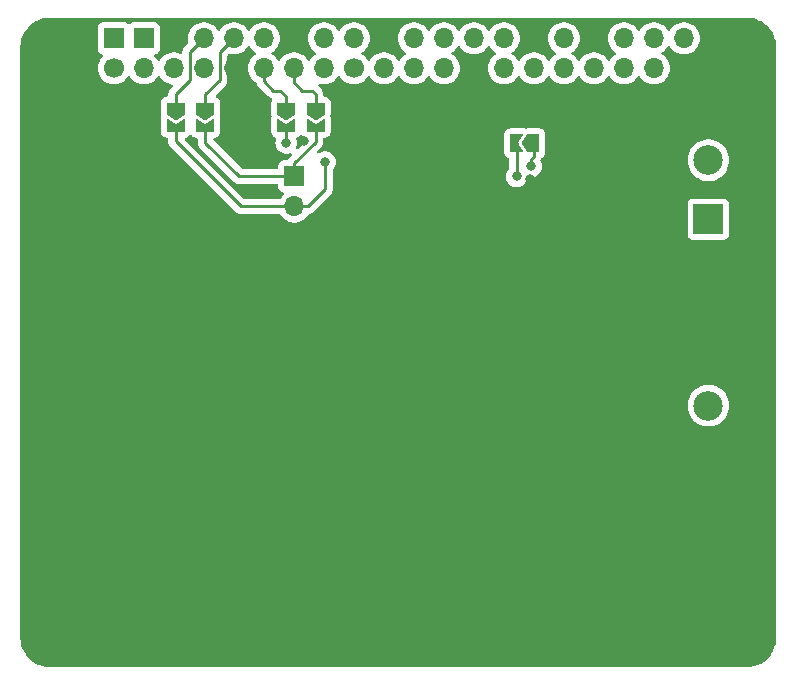
<source format=gbr>
G04 #@! TF.GenerationSoftware,KiCad,Pcbnew,8.0.7*
G04 #@! TF.CreationDate,2024-12-23T21:13:05-08:00*
G04 #@! TF.ProjectId,pi-zero-serial-hat,70692d7a-6572-46f2-9d73-657269616c2d,1.0*
G04 #@! TF.SameCoordinates,Original*
G04 #@! TF.FileFunction,Copper,L2,Bot*
G04 #@! TF.FilePolarity,Positive*
%FSLAX46Y46*%
G04 Gerber Fmt 4.6, Leading zero omitted, Abs format (unit mm)*
G04 Created by KiCad (PCBNEW 8.0.7) date 2024-12-23 21:13:05*
%MOMM*%
%LPD*%
G01*
G04 APERTURE LIST*
G04 Aperture macros list*
%AMFreePoly0*
4,1,6,1.000000,0.000000,0.500000,-0.750000,-0.500000,-0.750000,-0.500000,0.750000,0.500000,0.750000,1.000000,0.000000,1.000000,0.000000,$1*%
%AMFreePoly1*
4,1,6,0.500000,-0.750000,-0.650000,-0.750000,-0.150000,0.000000,-0.650000,0.750000,0.500000,0.750000,0.500000,-0.750000,0.500000,-0.750000,$1*%
G04 Aperture macros list end*
G04 #@! TA.AperFunction,ComponentPad*
%ADD10C,6.000000*%
G04 #@! TD*
G04 #@! TA.AperFunction,ComponentPad*
%ADD11R,2.500000X2.500000*%
G04 #@! TD*
G04 #@! TA.AperFunction,ComponentPad*
%ADD12C,2.500000*%
G04 #@! TD*
G04 #@! TA.AperFunction,ComponentPad*
%ADD13C,0.600000*%
G04 #@! TD*
G04 #@! TA.AperFunction,SMDPad,CuDef*
%ADD14R,2.950000X4.500000*%
G04 #@! TD*
G04 #@! TA.AperFunction,ComponentPad*
%ADD15R,1.700000X1.700000*%
G04 #@! TD*
G04 #@! TA.AperFunction,ComponentPad*
%ADD16O,1.700000X1.700000*%
G04 #@! TD*
G04 #@! TA.AperFunction,ComponentPad*
%ADD17C,1.700000*%
G04 #@! TD*
G04 #@! TA.AperFunction,SMDPad,CuDef*
%ADD18FreePoly0,270.000000*%
G04 #@! TD*
G04 #@! TA.AperFunction,SMDPad,CuDef*
%ADD19FreePoly1,270.000000*%
G04 #@! TD*
G04 #@! TA.AperFunction,SMDPad,CuDef*
%ADD20FreePoly0,180.000000*%
G04 #@! TD*
G04 #@! TA.AperFunction,SMDPad,CuDef*
%ADD21FreePoly1,180.000000*%
G04 #@! TD*
G04 #@! TA.AperFunction,ViaPad*
%ADD22C,0.800000*%
G04 #@! TD*
G04 #@! TA.AperFunction,Conductor*
%ADD23C,0.250000*%
G04 #@! TD*
G04 APERTURE END LIST*
D10*
X121032000Y-94568000D03*
X179032000Y-94568000D03*
X179032000Y-117568000D03*
X121032000Y-117568000D03*
D11*
X176282000Y-108643000D03*
D12*
X176282000Y-103643000D03*
D11*
X176282000Y-129418000D03*
D12*
X176282000Y-124418000D03*
D10*
X179032000Y-143568000D03*
D13*
X152132000Y-127393000D03*
X152132000Y-128593000D03*
X152132000Y-129893000D03*
X152132000Y-130993000D03*
D14*
X152732000Y-129193000D03*
D13*
X153332000Y-127393000D03*
X153332000Y-128593000D03*
X153332000Y-129893000D03*
X153332000Y-130993000D03*
D10*
X121032000Y-143568000D03*
D15*
X141232000Y-105018000D03*
D16*
X141232000Y-107558000D03*
D17*
X125932000Y-95858000D03*
D15*
X125932000Y-93318000D03*
D16*
X128472000Y-95858000D03*
D15*
X128472000Y-93318000D03*
D16*
X131012000Y-95858000D03*
X131012000Y-93318000D03*
X133552000Y-95858000D03*
X133552000Y-93318000D03*
X136092000Y-95858000D03*
X136092000Y-93318000D03*
X138632000Y-95858000D03*
X138632000Y-93318000D03*
X141172000Y-95858000D03*
X141172000Y-93318000D03*
X143712000Y-95858000D03*
X143712000Y-93318000D03*
D17*
X146252000Y-95858000D03*
D16*
X146252000Y-93318000D03*
X148792000Y-95858000D03*
X148792000Y-93318000D03*
X151332000Y-95858000D03*
X151332000Y-93318000D03*
X153872000Y-95858000D03*
X153872000Y-93318000D03*
X156412000Y-95858000D03*
X156412000Y-93318000D03*
X158952000Y-95858000D03*
X158952000Y-93318000D03*
X161492000Y-95858000D03*
X161492000Y-93318000D03*
X164032000Y-95858000D03*
X164032000Y-93318000D03*
X166572000Y-95858000D03*
X166572000Y-93318000D03*
X169112000Y-95858000D03*
X169112000Y-93318000D03*
X171652000Y-95858000D03*
X171652000Y-93318000D03*
X174192000Y-95858000D03*
X174192000Y-93318000D03*
D18*
X140532000Y-99268000D03*
D19*
X140532000Y-100718000D03*
D20*
X161457000Y-102218000D03*
D21*
X160007000Y-102218000D03*
D18*
X131182000Y-99268000D03*
D19*
X131182000Y-100718000D03*
D18*
X143032000Y-99268000D03*
D19*
X143032000Y-100718000D03*
D18*
X133682000Y-99268000D03*
D19*
X133682000Y-100718000D03*
D22*
X124832000Y-126968000D03*
X144407000Y-102443000D03*
X147332000Y-105568000D03*
X124832000Y-131268000D03*
X131882000Y-106743000D03*
X149532000Y-109568000D03*
X124832000Y-132268000D03*
X142007000Y-102018000D03*
X158582000Y-106318000D03*
X152782000Y-133418000D03*
X131832000Y-107918000D03*
X144257000Y-109693000D03*
X165332000Y-134368000D03*
X124832000Y-127968000D03*
X155932000Y-108218000D03*
X137932000Y-106243000D03*
X161132000Y-105218000D03*
X147332000Y-106918000D03*
X166232000Y-134368000D03*
X124932000Y-123768000D03*
X123107000Y-103393000D03*
X157832000Y-131268000D03*
X143832000Y-103793000D03*
X140532000Y-102193000D03*
X161282000Y-104168000D03*
X160032000Y-105018000D03*
D23*
X143832000Y-106118000D02*
X143832000Y-103793000D01*
X140532000Y-100718000D02*
X140532000Y-102193000D01*
X141232000Y-107558000D02*
X142392000Y-107558000D01*
X131182000Y-102043000D02*
X136697000Y-107558000D01*
X142392000Y-107558000D02*
X143832000Y-106118000D01*
X131182000Y-100718000D02*
X131182000Y-102043000D01*
X136697000Y-107558000D02*
X141232000Y-107558000D01*
X136557000Y-105018000D02*
X141232000Y-105018000D01*
X133682000Y-102143000D02*
X136557000Y-105018000D01*
X141232000Y-103893000D02*
X141232000Y-105018000D01*
X143032000Y-100718000D02*
X143032000Y-102093000D01*
X143032000Y-102093000D02*
X141232000Y-103893000D01*
X133682000Y-100718000D02*
X133682000Y-102143000D01*
X161282000Y-103568000D02*
X161282000Y-104168000D01*
X161482000Y-102218000D02*
X161482000Y-103368000D01*
X161482000Y-103368000D02*
X161282000Y-103568000D01*
X141172000Y-97033000D02*
X141172000Y-95858000D01*
X142732000Y-97743000D02*
X141882000Y-97743000D01*
X143057000Y-99268000D02*
X143057000Y-98993000D01*
X141882000Y-97743000D02*
X141172000Y-97033000D01*
X143032000Y-98043000D02*
X142732000Y-97743000D01*
X143032000Y-99268000D02*
X143032000Y-98043000D01*
X140532000Y-98243000D02*
X140032000Y-97743000D01*
X138632000Y-96943000D02*
X138632000Y-95858000D01*
X140032000Y-97743000D02*
X139432000Y-97743000D01*
X139432000Y-97743000D02*
X138632000Y-96943000D01*
X140532000Y-99268000D02*
X140532000Y-98243000D01*
X131182000Y-98018000D02*
X132377000Y-96823000D01*
X132377000Y-96823000D02*
X132377000Y-94493000D01*
X131182000Y-99268000D02*
X131182000Y-98018000D01*
X132377000Y-94493000D02*
X133552000Y-93318000D01*
X133682000Y-99268000D02*
X133682000Y-98068000D01*
X134917000Y-96833000D02*
X134917000Y-94493000D01*
X133682000Y-98068000D02*
X134917000Y-96833000D01*
X134917000Y-94493000D02*
X136092000Y-93318000D01*
X160032000Y-102218000D02*
X160032000Y-105018000D01*
G04 #@! TA.AperFunction,Conductor*
G36*
X132525880Y-101528570D02*
G01*
X132536653Y-101542959D01*
X132543923Y-101554271D01*
X132654381Y-101649984D01*
X132787330Y-101710700D01*
X132932000Y-101731500D01*
X132932003Y-101731500D01*
X132936454Y-101732140D01*
X132936293Y-101733258D01*
X132997998Y-101756265D01*
X133040551Y-101813096D01*
X133048500Y-101857142D01*
X133048500Y-102080606D01*
X133048500Y-102205394D01*
X133072845Y-102327785D01*
X133120600Y-102443075D01*
X133189929Y-102546833D01*
X136153167Y-105510071D01*
X136256925Y-105579400D01*
X136372215Y-105627155D01*
X136494606Y-105651500D01*
X136619394Y-105651500D01*
X139747500Y-105651500D01*
X139815621Y-105671502D01*
X139862114Y-105725158D01*
X139873500Y-105777500D01*
X139873500Y-105916649D01*
X139880009Y-105977196D01*
X139880011Y-105977204D01*
X139931110Y-106114202D01*
X139931112Y-106114207D01*
X140018738Y-106231261D01*
X140135791Y-106318886D01*
X140135792Y-106318886D01*
X140135796Y-106318889D01*
X140250810Y-106361787D01*
X140307642Y-106404332D01*
X140332453Y-106470852D01*
X140317362Y-106540226D01*
X140299475Y-106565179D01*
X140156280Y-106720729D01*
X140156275Y-106720734D01*
X140060445Y-106867415D01*
X140006442Y-106913504D01*
X139954962Y-106924500D01*
X137011595Y-106924500D01*
X136943474Y-106904498D01*
X136922500Y-106887595D01*
X131966700Y-101931795D01*
X131932674Y-101869483D01*
X131937739Y-101798668D01*
X131980286Y-101741832D01*
X132020293Y-101721805D01*
X132145316Y-101685096D01*
X132268271Y-101606077D01*
X132268273Y-101606075D01*
X132335432Y-101528570D01*
X132395158Y-101490186D01*
X132466154Y-101490186D01*
X132525880Y-101528570D01*
G37*
G04 #@! TD.AperFunction*
G04 #@! TA.AperFunction,Conductor*
G36*
X137445225Y-93993669D02*
G01*
X137467480Y-94019353D01*
X137496778Y-94064197D01*
X137556275Y-94155265D01*
X137556279Y-94155270D01*
X137708762Y-94320908D01*
X137763331Y-94363381D01*
X137886424Y-94459189D01*
X137919680Y-94477186D01*
X137970071Y-94527200D01*
X137985423Y-94596516D01*
X137960862Y-94663129D01*
X137919680Y-94698813D01*
X137886426Y-94716810D01*
X137886424Y-94716811D01*
X137708762Y-94855091D01*
X137556279Y-95020729D01*
X137556275Y-95020734D01*
X137433141Y-95209206D01*
X137342703Y-95415386D01*
X137342702Y-95415387D01*
X137287437Y-95633624D01*
X137268844Y-95858000D01*
X137287437Y-96082375D01*
X137342702Y-96300612D01*
X137342703Y-96300613D01*
X137433141Y-96506793D01*
X137556275Y-96695265D01*
X137556279Y-96695270D01*
X137708762Y-96860908D01*
X137720756Y-96870243D01*
X137886424Y-96999189D01*
X137957764Y-97037796D01*
X137958575Y-97038235D01*
X138008966Y-97088249D01*
X138022183Y-97124461D01*
X138022845Y-97127785D01*
X138070600Y-97243075D01*
X138139929Y-97346833D01*
X139028167Y-98235071D01*
X139131925Y-98304400D01*
X139247215Y-98352155D01*
X139247218Y-98352155D01*
X139247219Y-98352156D01*
X139253129Y-98353949D01*
X139252440Y-98356218D01*
X139306020Y-98384224D01*
X139341171Y-98445908D01*
X139337393Y-98516804D01*
X139333171Y-98527263D01*
X139289300Y-98623327D01*
X139268500Y-98768002D01*
X139268500Y-99768001D01*
X139272569Y-99832527D01*
X139285155Y-99878214D01*
X139288397Y-99929605D01*
X139268500Y-100068000D01*
X139268500Y-100068003D01*
X139268500Y-101217994D01*
X139273727Y-101291081D01*
X139314903Y-101431313D01*
X139314904Y-101431316D01*
X139393923Y-101554271D01*
X139504381Y-101649984D01*
X139618819Y-101702246D01*
X139672475Y-101748739D01*
X139692477Y-101816860D01*
X139686310Y-101855796D01*
X139638457Y-102003070D01*
X139618496Y-102193000D01*
X139638457Y-102382927D01*
X139659222Y-102446833D01*
X139697473Y-102564556D01*
X139697476Y-102564561D01*
X139792958Y-102729941D01*
X139792965Y-102729951D01*
X139920744Y-102871864D01*
X139920747Y-102871866D01*
X140075248Y-102984118D01*
X140249712Y-103061794D01*
X140436513Y-103101500D01*
X140627487Y-103101500D01*
X140814288Y-103061794D01*
X140829550Y-103054998D01*
X140899914Y-103045562D01*
X140964213Y-103075666D01*
X141002028Y-103135754D01*
X141001355Y-103206747D01*
X140969897Y-103259199D01*
X140828167Y-103400929D01*
X140739931Y-103489164D01*
X140739926Y-103489171D01*
X140667161Y-103598072D01*
X140666175Y-103597413D01*
X140620870Y-103643541D01*
X140559494Y-103659500D01*
X140333350Y-103659500D01*
X140272803Y-103666009D01*
X140272795Y-103666011D01*
X140135797Y-103717110D01*
X140135792Y-103717112D01*
X140018738Y-103804738D01*
X139931112Y-103921792D01*
X139931110Y-103921797D01*
X139880011Y-104058795D01*
X139880009Y-104058803D01*
X139873500Y-104119350D01*
X139873500Y-104258500D01*
X139853498Y-104326621D01*
X139799842Y-104373114D01*
X139747500Y-104384500D01*
X136871594Y-104384500D01*
X136803473Y-104364498D01*
X136782499Y-104347595D01*
X134379222Y-101944318D01*
X134345196Y-101882006D01*
X134350261Y-101811191D01*
X134392808Y-101754355D01*
X134459323Y-101729545D01*
X134505079Y-101726273D01*
X134645316Y-101685096D01*
X134768271Y-101606077D01*
X134863984Y-101495619D01*
X134924700Y-101362670D01*
X134945500Y-101218000D01*
X134945500Y-100068000D01*
X134938974Y-99986391D01*
X134930441Y-99959039D01*
X134926006Y-99903584D01*
X134929654Y-99878214D01*
X134945500Y-99768000D01*
X134945500Y-98768000D01*
X134940273Y-98694921D01*
X134899096Y-98554684D01*
X134820077Y-98431729D01*
X134709619Y-98336016D01*
X134709616Y-98336014D01*
X134600281Y-98286082D01*
X134546626Y-98239589D01*
X134526624Y-98171468D01*
X134546626Y-98103348D01*
X134563519Y-98082384D01*
X135409072Y-97236833D01*
X135478401Y-97133075D01*
X135526155Y-97017785D01*
X135550500Y-96895394D01*
X135550500Y-96770606D01*
X135550500Y-94807594D01*
X135570502Y-94739473D01*
X135587400Y-94718502D01*
X135634206Y-94671697D01*
X135696514Y-94637674D01*
X135752218Y-94638617D01*
X135752224Y-94638586D01*
X135752436Y-94638621D01*
X135754241Y-94638652D01*
X135757350Y-94639439D01*
X135757365Y-94639444D01*
X135979431Y-94676500D01*
X135979435Y-94676500D01*
X136204565Y-94676500D01*
X136204569Y-94676500D01*
X136426635Y-94639444D01*
X136639574Y-94566342D01*
X136837576Y-94459189D01*
X137015240Y-94320906D01*
X137167722Y-94155268D01*
X137256518Y-94019354D01*
X137310520Y-93973268D01*
X137380868Y-93963692D01*
X137445225Y-93993669D01*
G37*
G04 #@! TD.AperFunction*
G04 #@! TA.AperFunction,Conductor*
G36*
X141875880Y-101528570D02*
G01*
X141886653Y-101542959D01*
X141893923Y-101554271D01*
X142004381Y-101649984D01*
X142137330Y-101710700D01*
X142221341Y-101722778D01*
X142285921Y-101752271D01*
X142324305Y-101811997D01*
X142324305Y-101882994D01*
X142292504Y-101936591D01*
X141594200Y-102634895D01*
X141531888Y-102668921D01*
X141461073Y-102663856D01*
X141404237Y-102621309D01*
X141379426Y-102554789D01*
X141385271Y-102506866D01*
X141425542Y-102382928D01*
X141445504Y-102193000D01*
X141425542Y-102003072D01*
X141377363Y-101854796D01*
X141375336Y-101783831D01*
X141411998Y-101723033D01*
X141461696Y-101694967D01*
X141495316Y-101685096D01*
X141618271Y-101606077D01*
X141618273Y-101606075D01*
X141685432Y-101528570D01*
X141745158Y-101490186D01*
X141816154Y-101490186D01*
X141875880Y-101528570D01*
G37*
G04 #@! TD.AperFunction*
G04 #@! TA.AperFunction,Conductor*
G36*
X179535801Y-91568730D02*
G01*
X179565105Y-91570502D01*
X179825684Y-91586264D01*
X179840765Y-91588095D01*
X180122682Y-91639758D01*
X180137429Y-91643393D01*
X180411071Y-91728663D01*
X180425283Y-91734054D01*
X180686624Y-91851674D01*
X180700090Y-91858740D01*
X180945367Y-92007016D01*
X180957866Y-92015643D01*
X181183485Y-92192404D01*
X181194865Y-92202487D01*
X181397512Y-92405134D01*
X181407596Y-92416515D01*
X181584353Y-92642130D01*
X181592985Y-92654635D01*
X181733633Y-92887295D01*
X181741255Y-92899903D01*
X181748325Y-92913375D01*
X181865943Y-93174711D01*
X181871339Y-93188937D01*
X181956602Y-93462554D01*
X181960243Y-93477328D01*
X182011902Y-93759222D01*
X182013736Y-93774326D01*
X182031270Y-94064197D01*
X182031500Y-94071805D01*
X182031500Y-144064194D01*
X182031270Y-144071802D01*
X182013736Y-144361673D01*
X182011902Y-144376777D01*
X181960243Y-144658671D01*
X181956602Y-144673445D01*
X181871339Y-144947062D01*
X181865943Y-144961288D01*
X181748325Y-145222624D01*
X181741255Y-145236096D01*
X181592990Y-145481357D01*
X181584347Y-145493877D01*
X181464967Y-145646255D01*
X181407602Y-145719477D01*
X181397512Y-145730865D01*
X181194865Y-145933512D01*
X181183477Y-145943602D01*
X180957880Y-146120346D01*
X180945357Y-146128990D01*
X180700096Y-146277255D01*
X180686624Y-146284325D01*
X180425288Y-146401943D01*
X180411062Y-146407339D01*
X180137445Y-146492602D01*
X180122671Y-146496243D01*
X179840777Y-146547902D01*
X179825673Y-146549736D01*
X179535802Y-146567270D01*
X179528194Y-146567500D01*
X120535806Y-146567500D01*
X120528198Y-146567270D01*
X120238326Y-146549736D01*
X120223222Y-146547902D01*
X119941328Y-146496243D01*
X119926558Y-146492603D01*
X119652937Y-146407339D01*
X119638711Y-146401943D01*
X119377375Y-146284325D01*
X119363903Y-146277255D01*
X119118635Y-146128985D01*
X119106130Y-146120353D01*
X118880515Y-145943596D01*
X118869134Y-145933512D01*
X118666487Y-145730865D01*
X118656404Y-145719485D01*
X118479643Y-145493866D01*
X118471016Y-145481367D01*
X118322740Y-145236090D01*
X118315674Y-145222624D01*
X118198056Y-144961288D01*
X118192663Y-144947071D01*
X118107393Y-144673429D01*
X118103758Y-144658682D01*
X118052095Y-144376765D01*
X118050264Y-144361684D01*
X118032730Y-144071801D01*
X118032500Y-144064194D01*
X118032500Y-124418000D01*
X174518569Y-124418000D01*
X174538265Y-124680826D01*
X174538266Y-124680830D01*
X174596911Y-124937775D01*
X174693202Y-125183120D01*
X174693205Y-125183128D01*
X174824982Y-125411372D01*
X174824984Y-125411375D01*
X174824985Y-125411376D01*
X174989314Y-125617438D01*
X175182519Y-125796706D01*
X175182525Y-125796710D01*
X175400275Y-125945170D01*
X175400279Y-125945172D01*
X175400285Y-125945176D01*
X175637746Y-126059532D01*
X175637749Y-126059532D01*
X175637754Y-126059535D01*
X175889589Y-126137215D01*
X175889591Y-126137215D01*
X175889600Y-126137218D01*
X176150219Y-126176500D01*
X176150223Y-126176500D01*
X176413777Y-126176500D01*
X176413781Y-126176500D01*
X176674400Y-126137218D01*
X176674410Y-126137215D01*
X176926245Y-126059535D01*
X176926247Y-126059534D01*
X176926254Y-126059532D01*
X177163716Y-125945176D01*
X177381481Y-125796706D01*
X177574686Y-125617438D01*
X177739015Y-125411376D01*
X177870796Y-125183124D01*
X177967087Y-124937780D01*
X178025735Y-124680826D01*
X178045431Y-124418000D01*
X178025735Y-124155174D01*
X177967087Y-123898220D01*
X177870796Y-123652876D01*
X177870795Y-123652875D01*
X177870794Y-123652871D01*
X177739017Y-123424627D01*
X177739015Y-123424624D01*
X177574686Y-123218562D01*
X177381481Y-123039294D01*
X177381474Y-123039289D01*
X177163725Y-122890829D01*
X177163718Y-122890825D01*
X176926257Y-122776469D01*
X176926245Y-122776464D01*
X176674410Y-122698784D01*
X176674402Y-122698782D01*
X176674400Y-122698782D01*
X176413781Y-122659500D01*
X176150219Y-122659500D01*
X175889600Y-122698782D01*
X175889598Y-122698782D01*
X175889589Y-122698784D01*
X175637754Y-122776464D01*
X175637742Y-122776469D01*
X175400283Y-122890825D01*
X175400275Y-122890829D01*
X175182525Y-123039289D01*
X175182520Y-123039293D01*
X174989315Y-123218561D01*
X174824982Y-123424627D01*
X174693205Y-123652871D01*
X174693202Y-123652879D01*
X174596911Y-123898224D01*
X174538266Y-124155169D01*
X174538265Y-124155174D01*
X174518569Y-124418000D01*
X118032500Y-124418000D01*
X118032500Y-95858000D01*
X124568844Y-95858000D01*
X124587437Y-96082375D01*
X124642702Y-96300612D01*
X124642703Y-96300613D01*
X124733141Y-96506793D01*
X124856275Y-96695265D01*
X124856279Y-96695270D01*
X125008762Y-96860908D01*
X125020756Y-96870243D01*
X125186424Y-96999189D01*
X125384426Y-97106342D01*
X125384427Y-97106342D01*
X125384428Y-97106343D01*
X125496227Y-97144723D01*
X125597365Y-97179444D01*
X125819431Y-97216500D01*
X125819435Y-97216500D01*
X126044565Y-97216500D01*
X126044569Y-97216500D01*
X126266635Y-97179444D01*
X126479574Y-97106342D01*
X126677576Y-96999189D01*
X126855240Y-96860906D01*
X127007722Y-96695268D01*
X127096518Y-96559354D01*
X127150520Y-96513268D01*
X127220868Y-96503692D01*
X127285225Y-96533669D01*
X127307480Y-96559353D01*
X127340607Y-96610058D01*
X127396275Y-96695265D01*
X127396279Y-96695270D01*
X127548762Y-96860908D01*
X127560756Y-96870243D01*
X127726424Y-96999189D01*
X127924426Y-97106342D01*
X127924427Y-97106342D01*
X127924428Y-97106343D01*
X128036227Y-97144723D01*
X128137365Y-97179444D01*
X128359431Y-97216500D01*
X128359435Y-97216500D01*
X128584565Y-97216500D01*
X128584569Y-97216500D01*
X128806635Y-97179444D01*
X129019574Y-97106342D01*
X129217576Y-96999189D01*
X129395240Y-96860906D01*
X129547722Y-96695268D01*
X129636518Y-96559354D01*
X129690520Y-96513268D01*
X129760868Y-96503692D01*
X129825225Y-96533669D01*
X129847480Y-96559353D01*
X129880607Y-96610058D01*
X129936275Y-96695265D01*
X129936279Y-96695270D01*
X130088762Y-96860908D01*
X130100756Y-96870243D01*
X130266424Y-96999189D01*
X130464426Y-97106342D01*
X130464427Y-97106342D01*
X130464428Y-97106343D01*
X130576227Y-97144723D01*
X130677365Y-97179444D01*
X130819246Y-97203119D01*
X130883143Y-97234059D01*
X130920170Y-97294635D01*
X130918570Y-97365614D01*
X130887601Y-97416495D01*
X130778167Y-97525929D01*
X130689931Y-97614164D01*
X130689926Y-97614171D01*
X130673225Y-97639167D01*
X130620600Y-97717925D01*
X130610245Y-97742925D01*
X130572846Y-97833212D01*
X130548500Y-97955603D01*
X130548500Y-98128857D01*
X130528498Y-98196978D01*
X130474842Y-98243471D01*
X130431490Y-98254536D01*
X130358918Y-98259727D01*
X130218686Y-98300903D01*
X130218682Y-98300905D01*
X130095729Y-98379922D01*
X130000016Y-98490380D01*
X129939300Y-98623329D01*
X129918500Y-98768002D01*
X129918500Y-99768001D01*
X129922569Y-99832527D01*
X129935155Y-99878214D01*
X129938397Y-99929605D01*
X129918500Y-100068000D01*
X129918500Y-100068003D01*
X129918500Y-101217994D01*
X129923727Y-101291081D01*
X129964903Y-101431313D01*
X129964904Y-101431316D01*
X130043923Y-101554271D01*
X130154381Y-101649984D01*
X130287330Y-101710700D01*
X130432000Y-101731500D01*
X130432003Y-101731500D01*
X130436454Y-101732140D01*
X130436293Y-101733258D01*
X130497998Y-101756265D01*
X130540551Y-101813096D01*
X130548500Y-101857142D01*
X130548500Y-102105396D01*
X130558185Y-102154086D01*
X130572845Y-102227785D01*
X130620600Y-102343075D01*
X130689929Y-102446833D01*
X136293167Y-108050072D01*
X136396925Y-108119401D01*
X136512215Y-108167155D01*
X136634606Y-108191500D01*
X139954962Y-108191500D01*
X140023083Y-108211502D01*
X140060445Y-108248585D01*
X140156275Y-108395265D01*
X140156279Y-108395270D01*
X140308762Y-108560908D01*
X140363331Y-108603381D01*
X140486424Y-108699189D01*
X140684426Y-108806342D01*
X140684427Y-108806342D01*
X140684428Y-108806343D01*
X140796227Y-108844723D01*
X140897365Y-108879444D01*
X141119431Y-108916500D01*
X141119435Y-108916500D01*
X141344565Y-108916500D01*
X141344569Y-108916500D01*
X141566635Y-108879444D01*
X141779574Y-108806342D01*
X141977576Y-108699189D01*
X142155240Y-108560906D01*
X142307722Y-108395268D01*
X142409863Y-108238928D01*
X142463866Y-108192840D01*
X142490761Y-108184266D01*
X142576785Y-108167155D01*
X142692075Y-108119400D01*
X142795833Y-108050071D01*
X143501554Y-107344350D01*
X174523500Y-107344350D01*
X174523500Y-109941649D01*
X174530009Y-110002196D01*
X174530011Y-110002204D01*
X174581110Y-110139202D01*
X174581112Y-110139207D01*
X174668738Y-110256261D01*
X174785792Y-110343887D01*
X174785794Y-110343888D01*
X174785796Y-110343889D01*
X174844875Y-110365924D01*
X174922795Y-110394988D01*
X174922803Y-110394990D01*
X174983350Y-110401499D01*
X174983355Y-110401499D01*
X174983362Y-110401500D01*
X174983368Y-110401500D01*
X177580632Y-110401500D01*
X177580638Y-110401500D01*
X177580645Y-110401499D01*
X177580649Y-110401499D01*
X177641196Y-110394990D01*
X177641199Y-110394989D01*
X177641201Y-110394989D01*
X177778204Y-110343889D01*
X177895261Y-110256261D01*
X177982889Y-110139204D01*
X178033989Y-110002201D01*
X178040500Y-109941638D01*
X178040500Y-107344362D01*
X178040499Y-107344350D01*
X178033990Y-107283803D01*
X178033988Y-107283795D01*
X177982889Y-107146797D01*
X177982887Y-107146792D01*
X177895261Y-107029738D01*
X177778207Y-106942112D01*
X177778202Y-106942110D01*
X177641204Y-106891011D01*
X177641196Y-106891009D01*
X177580649Y-106884500D01*
X177580638Y-106884500D01*
X174983362Y-106884500D01*
X174983350Y-106884500D01*
X174922803Y-106891009D01*
X174922795Y-106891011D01*
X174785797Y-106942110D01*
X174785792Y-106942112D01*
X174668738Y-107029738D01*
X174581112Y-107146792D01*
X174581110Y-107146797D01*
X174530011Y-107283795D01*
X174530009Y-107283803D01*
X174523500Y-107344350D01*
X143501554Y-107344350D01*
X144324072Y-106521833D01*
X144393401Y-106418075D01*
X144441155Y-106302784D01*
X144461700Y-106199500D01*
X144465500Y-106180394D01*
X144465500Y-104495524D01*
X144485502Y-104427403D01*
X144497858Y-104411220D01*
X144571040Y-104329944D01*
X144666527Y-104164556D01*
X144725542Y-103982928D01*
X144745504Y-103793000D01*
X144725542Y-103603072D01*
X144666527Y-103421444D01*
X144571040Y-103256056D01*
X144571038Y-103256054D01*
X144571034Y-103256048D01*
X144443255Y-103114135D01*
X144288752Y-103001882D01*
X144114288Y-102924206D01*
X143927487Y-102884500D01*
X143736513Y-102884500D01*
X143549711Y-102924206D01*
X143375246Y-103001883D01*
X143375244Y-103001884D01*
X143367785Y-103007303D01*
X143300916Y-103031157D01*
X143231765Y-103015072D01*
X143182289Y-102964155D01*
X143168194Y-102894571D01*
X143193956Y-102828414D01*
X143204623Y-102816280D01*
X143524071Y-102496833D01*
X143593400Y-102393075D01*
X143641155Y-102277785D01*
X143665500Y-102155394D01*
X143665500Y-102030607D01*
X143665500Y-101857142D01*
X143685502Y-101789021D01*
X143739158Y-101742528D01*
X143782508Y-101731463D01*
X143855079Y-101726273D01*
X143995316Y-101685096D01*
X144118271Y-101606077D01*
X144213984Y-101495619D01*
X144226597Y-101468000D01*
X158993500Y-101468000D01*
X158993500Y-102968000D01*
X158995924Y-103001884D01*
X158998727Y-103041081D01*
X159026526Y-103135754D01*
X159039904Y-103181316D01*
X159118923Y-103304271D01*
X159229381Y-103399984D01*
X159324843Y-103443580D01*
X159378498Y-103490072D01*
X159398500Y-103558193D01*
X159398500Y-104315474D01*
X159378498Y-104383595D01*
X159366137Y-104399784D01*
X159292957Y-104481059D01*
X159197476Y-104646438D01*
X159197473Y-104646445D01*
X159138457Y-104828072D01*
X159118496Y-105018000D01*
X159138457Y-105207927D01*
X159163348Y-105284530D01*
X159197473Y-105389556D01*
X159197476Y-105389561D01*
X159292958Y-105554941D01*
X159292965Y-105554951D01*
X159420744Y-105696864D01*
X159420747Y-105696866D01*
X159575248Y-105809118D01*
X159749712Y-105886794D01*
X159936513Y-105926500D01*
X160127487Y-105926500D01*
X160314288Y-105886794D01*
X160488752Y-105809118D01*
X160643253Y-105696866D01*
X160771040Y-105554944D01*
X160866527Y-105389556D01*
X160925542Y-105207928D01*
X160930129Y-105164284D01*
X160957142Y-105098628D01*
X161015363Y-105057997D01*
X161081637Y-105054208D01*
X161186509Y-105076500D01*
X161186513Y-105076500D01*
X161377487Y-105076500D01*
X161564288Y-105036794D01*
X161738752Y-104959118D01*
X161893253Y-104846866D01*
X162021040Y-104704944D01*
X162116527Y-104539556D01*
X162175542Y-104357928D01*
X162195504Y-104168000D01*
X162175542Y-103978072D01*
X162116527Y-103796444D01*
X162074056Y-103722883D01*
X162057318Y-103653887D01*
X162059754Y-103643000D01*
X174518569Y-103643000D01*
X174538265Y-103905826D01*
X174538266Y-103905830D01*
X174596911Y-104162775D01*
X174693202Y-104408120D01*
X174693205Y-104408128D01*
X174824982Y-104636372D01*
X174824984Y-104636375D01*
X174824985Y-104636376D01*
X174989314Y-104842438D01*
X175182519Y-105021706D01*
X175182525Y-105021710D01*
X175400275Y-105170170D01*
X175400279Y-105170172D01*
X175400285Y-105170176D01*
X175637746Y-105284532D01*
X175637749Y-105284532D01*
X175637754Y-105284535D01*
X175889589Y-105362215D01*
X175889591Y-105362215D01*
X175889600Y-105362218D01*
X176150219Y-105401500D01*
X176150223Y-105401500D01*
X176413777Y-105401500D01*
X176413781Y-105401500D01*
X176674400Y-105362218D01*
X176674410Y-105362215D01*
X176926245Y-105284535D01*
X176926247Y-105284534D01*
X176926254Y-105284532D01*
X177163716Y-105170176D01*
X177172357Y-105164285D01*
X177301113Y-105076500D01*
X177381481Y-105021706D01*
X177574686Y-104842438D01*
X177739015Y-104636376D01*
X177848260Y-104447158D01*
X177870794Y-104408128D01*
X177870796Y-104408124D01*
X177967087Y-104162780D01*
X178025735Y-103905826D01*
X178045431Y-103643000D01*
X178025735Y-103380174D01*
X177967087Y-103123220D01*
X177870796Y-102877876D01*
X177870795Y-102877875D01*
X177870794Y-102877871D01*
X177739017Y-102649627D01*
X177727269Y-102634895D01*
X177574686Y-102443562D01*
X177381481Y-102264294D01*
X177381474Y-102264289D01*
X177163725Y-102115829D01*
X177163718Y-102115825D01*
X176926257Y-102001469D01*
X176926245Y-102001464D01*
X176674410Y-101923784D01*
X176674402Y-101923782D01*
X176674400Y-101923782D01*
X176413781Y-101884500D01*
X176150219Y-101884500D01*
X175889600Y-101923782D01*
X175889598Y-101923782D01*
X175889589Y-101923784D01*
X175637754Y-102001464D01*
X175637742Y-102001469D01*
X175400283Y-102115825D01*
X175400275Y-102115829D01*
X175182525Y-102264289D01*
X175182520Y-102264293D01*
X175182519Y-102264294D01*
X174989314Y-102443562D01*
X174986704Y-102446835D01*
X174824982Y-102649627D01*
X174693205Y-102877871D01*
X174693202Y-102877879D01*
X174596911Y-103123224D01*
X174555589Y-103304271D01*
X174538265Y-103380174D01*
X174518569Y-103643000D01*
X162059754Y-103643000D01*
X162066765Y-103611667D01*
X162091155Y-103552784D01*
X162096414Y-103526345D01*
X162129319Y-103463438D01*
X162167653Y-103436312D01*
X162170309Y-103435097D01*
X162170316Y-103435096D01*
X162293271Y-103356077D01*
X162388984Y-103245619D01*
X162449700Y-103112670D01*
X162470500Y-102968000D01*
X162470500Y-101468000D01*
X162465273Y-101394921D01*
X162424096Y-101254684D01*
X162345077Y-101131729D01*
X162234619Y-101036016D01*
X162101670Y-100975300D01*
X161957000Y-100954500D01*
X160957000Y-100954500D01*
X160956998Y-100954500D01*
X160892472Y-100958569D01*
X160892469Y-100958569D01*
X160846779Y-100971155D01*
X160795389Y-100974397D01*
X160657000Y-100954500D01*
X159507000Y-100954500D01*
X159458280Y-100957984D01*
X159433918Y-100959727D01*
X159293686Y-101000903D01*
X159293682Y-101000905D01*
X159170729Y-101079922D01*
X159075016Y-101190380D01*
X159029028Y-101291081D01*
X159014300Y-101323330D01*
X158993500Y-101468000D01*
X144226597Y-101468000D01*
X144274700Y-101362670D01*
X144295500Y-101218000D01*
X144295500Y-100068000D01*
X144288974Y-99986391D01*
X144280441Y-99959039D01*
X144276006Y-99903584D01*
X144279654Y-99878214D01*
X144295500Y-99768000D01*
X144295500Y-98768000D01*
X144290273Y-98694921D01*
X144249096Y-98554684D01*
X144170077Y-98431729D01*
X144059619Y-98336016D01*
X143926670Y-98275300D01*
X143782000Y-98254500D01*
X143781997Y-98254500D01*
X143777546Y-98253860D01*
X143777705Y-98252748D01*
X143715977Y-98229715D01*
X143673438Y-98172873D01*
X143665500Y-98128857D01*
X143665500Y-97980607D01*
X143665499Y-97980603D01*
X143660527Y-97955606D01*
X143641155Y-97858215D01*
X143593400Y-97742925D01*
X143524071Y-97639167D01*
X143435833Y-97550929D01*
X143279766Y-97394862D01*
X143245740Y-97332550D01*
X143250805Y-97261735D01*
X143293352Y-97204899D01*
X143359872Y-97180088D01*
X143389594Y-97181484D01*
X143599431Y-97216500D01*
X143599436Y-97216500D01*
X143824565Y-97216500D01*
X143824569Y-97216500D01*
X144046635Y-97179444D01*
X144259574Y-97106342D01*
X144457576Y-96999189D01*
X144635240Y-96860906D01*
X144787722Y-96695268D01*
X144876518Y-96559354D01*
X144930520Y-96513268D01*
X145000868Y-96503692D01*
X145065225Y-96533669D01*
X145087480Y-96559353D01*
X145120607Y-96610058D01*
X145176275Y-96695265D01*
X145176279Y-96695270D01*
X145328762Y-96860908D01*
X145340756Y-96870243D01*
X145506424Y-96999189D01*
X145704426Y-97106342D01*
X145704427Y-97106342D01*
X145704428Y-97106343D01*
X145816227Y-97144723D01*
X145917365Y-97179444D01*
X146139431Y-97216500D01*
X146139435Y-97216500D01*
X146364565Y-97216500D01*
X146364569Y-97216500D01*
X146586635Y-97179444D01*
X146799574Y-97106342D01*
X146997576Y-96999189D01*
X147175240Y-96860906D01*
X147327722Y-96695268D01*
X147416518Y-96559354D01*
X147470520Y-96513268D01*
X147540868Y-96503692D01*
X147605225Y-96533669D01*
X147627480Y-96559353D01*
X147660607Y-96610058D01*
X147716275Y-96695265D01*
X147716279Y-96695270D01*
X147868762Y-96860908D01*
X147880756Y-96870243D01*
X148046424Y-96999189D01*
X148244426Y-97106342D01*
X148244427Y-97106342D01*
X148244428Y-97106343D01*
X148356227Y-97144723D01*
X148457365Y-97179444D01*
X148679431Y-97216500D01*
X148679435Y-97216500D01*
X148904565Y-97216500D01*
X148904569Y-97216500D01*
X149126635Y-97179444D01*
X149339574Y-97106342D01*
X149537576Y-96999189D01*
X149715240Y-96860906D01*
X149867722Y-96695268D01*
X149956518Y-96559354D01*
X150010520Y-96513268D01*
X150080868Y-96503692D01*
X150145225Y-96533669D01*
X150167480Y-96559353D01*
X150200607Y-96610058D01*
X150256275Y-96695265D01*
X150256279Y-96695270D01*
X150408762Y-96860908D01*
X150420756Y-96870243D01*
X150586424Y-96999189D01*
X150784426Y-97106342D01*
X150784427Y-97106342D01*
X150784428Y-97106343D01*
X150896227Y-97144723D01*
X150997365Y-97179444D01*
X151219431Y-97216500D01*
X151219435Y-97216500D01*
X151444565Y-97216500D01*
X151444569Y-97216500D01*
X151666635Y-97179444D01*
X151879574Y-97106342D01*
X152077576Y-96999189D01*
X152255240Y-96860906D01*
X152407722Y-96695268D01*
X152496518Y-96559354D01*
X152550520Y-96513268D01*
X152620868Y-96503692D01*
X152685225Y-96533669D01*
X152707480Y-96559353D01*
X152740607Y-96610058D01*
X152796275Y-96695265D01*
X152796279Y-96695270D01*
X152948762Y-96860908D01*
X152960756Y-96870243D01*
X153126424Y-96999189D01*
X153324426Y-97106342D01*
X153324427Y-97106342D01*
X153324428Y-97106343D01*
X153436227Y-97144723D01*
X153537365Y-97179444D01*
X153759431Y-97216500D01*
X153759435Y-97216500D01*
X153984565Y-97216500D01*
X153984569Y-97216500D01*
X154206635Y-97179444D01*
X154419574Y-97106342D01*
X154617576Y-96999189D01*
X154795240Y-96860906D01*
X154947722Y-96695268D01*
X155070860Y-96506791D01*
X155161296Y-96300616D01*
X155216564Y-96082368D01*
X155235156Y-95858000D01*
X155216564Y-95633632D01*
X155161296Y-95415384D01*
X155070860Y-95209209D01*
X155064140Y-95198924D01*
X154947724Y-95020734D01*
X154947720Y-95020729D01*
X154795237Y-94855091D01*
X154687007Y-94770852D01*
X154617576Y-94716811D01*
X154584319Y-94698813D01*
X154533929Y-94648802D01*
X154518576Y-94579485D01*
X154543136Y-94512872D01*
X154584320Y-94477186D01*
X154617576Y-94459189D01*
X154795240Y-94320906D01*
X154947722Y-94155268D01*
X155036518Y-94019354D01*
X155090520Y-93973268D01*
X155160868Y-93963692D01*
X155225225Y-93993669D01*
X155247480Y-94019353D01*
X155276778Y-94064197D01*
X155336275Y-94155265D01*
X155336279Y-94155270D01*
X155488762Y-94320908D01*
X155543331Y-94363381D01*
X155666424Y-94459189D01*
X155864426Y-94566342D01*
X155864427Y-94566342D01*
X155864428Y-94566343D01*
X155952320Y-94596516D01*
X156077365Y-94639444D01*
X156299431Y-94676500D01*
X156299435Y-94676500D01*
X156524565Y-94676500D01*
X156524569Y-94676500D01*
X156746635Y-94639444D01*
X156959574Y-94566342D01*
X157157576Y-94459189D01*
X157335240Y-94320906D01*
X157487722Y-94155268D01*
X157576518Y-94019354D01*
X157630520Y-93973268D01*
X157700868Y-93963692D01*
X157765225Y-93993669D01*
X157787480Y-94019353D01*
X157816778Y-94064197D01*
X157876275Y-94155265D01*
X157876279Y-94155270D01*
X158028762Y-94320908D01*
X158083331Y-94363381D01*
X158206424Y-94459189D01*
X158239680Y-94477186D01*
X158290071Y-94527200D01*
X158305423Y-94596516D01*
X158280862Y-94663129D01*
X158239680Y-94698813D01*
X158206426Y-94716810D01*
X158206424Y-94716811D01*
X158028762Y-94855091D01*
X157876279Y-95020729D01*
X157876275Y-95020734D01*
X157753141Y-95209206D01*
X157662703Y-95415386D01*
X157662702Y-95415387D01*
X157607437Y-95633624D01*
X157588844Y-95858000D01*
X157607437Y-96082375D01*
X157662702Y-96300612D01*
X157662703Y-96300613D01*
X157753141Y-96506793D01*
X157876275Y-96695265D01*
X157876279Y-96695270D01*
X158028762Y-96860908D01*
X158040756Y-96870243D01*
X158206424Y-96999189D01*
X158404426Y-97106342D01*
X158404427Y-97106342D01*
X158404428Y-97106343D01*
X158516227Y-97144723D01*
X158617365Y-97179444D01*
X158839431Y-97216500D01*
X158839435Y-97216500D01*
X159064565Y-97216500D01*
X159064569Y-97216500D01*
X159286635Y-97179444D01*
X159499574Y-97106342D01*
X159697576Y-96999189D01*
X159875240Y-96860906D01*
X160027722Y-96695268D01*
X160116518Y-96559354D01*
X160170520Y-96513268D01*
X160240868Y-96503692D01*
X160305225Y-96533669D01*
X160327480Y-96559353D01*
X160360607Y-96610058D01*
X160416275Y-96695265D01*
X160416279Y-96695270D01*
X160568762Y-96860908D01*
X160580756Y-96870243D01*
X160746424Y-96999189D01*
X160944426Y-97106342D01*
X160944427Y-97106342D01*
X160944428Y-97106343D01*
X161056227Y-97144723D01*
X161157365Y-97179444D01*
X161379431Y-97216500D01*
X161379435Y-97216500D01*
X161604565Y-97216500D01*
X161604569Y-97216500D01*
X161826635Y-97179444D01*
X162039574Y-97106342D01*
X162237576Y-96999189D01*
X162415240Y-96860906D01*
X162567722Y-96695268D01*
X162656518Y-96559354D01*
X162710520Y-96513268D01*
X162780868Y-96503692D01*
X162845225Y-96533669D01*
X162867480Y-96559353D01*
X162900607Y-96610058D01*
X162956275Y-96695265D01*
X162956279Y-96695270D01*
X163108762Y-96860908D01*
X163120756Y-96870243D01*
X163286424Y-96999189D01*
X163484426Y-97106342D01*
X163484427Y-97106342D01*
X163484428Y-97106343D01*
X163596227Y-97144723D01*
X163697365Y-97179444D01*
X163919431Y-97216500D01*
X163919435Y-97216500D01*
X164144565Y-97216500D01*
X164144569Y-97216500D01*
X164366635Y-97179444D01*
X164579574Y-97106342D01*
X164777576Y-96999189D01*
X164955240Y-96860906D01*
X165107722Y-96695268D01*
X165196518Y-96559354D01*
X165250520Y-96513268D01*
X165320868Y-96503692D01*
X165385225Y-96533669D01*
X165407480Y-96559353D01*
X165440607Y-96610058D01*
X165496275Y-96695265D01*
X165496279Y-96695270D01*
X165648762Y-96860908D01*
X165660756Y-96870243D01*
X165826424Y-96999189D01*
X166024426Y-97106342D01*
X166024427Y-97106342D01*
X166024428Y-97106343D01*
X166136227Y-97144723D01*
X166237365Y-97179444D01*
X166459431Y-97216500D01*
X166459435Y-97216500D01*
X166684565Y-97216500D01*
X166684569Y-97216500D01*
X166906635Y-97179444D01*
X167119574Y-97106342D01*
X167317576Y-96999189D01*
X167495240Y-96860906D01*
X167647722Y-96695268D01*
X167736518Y-96559354D01*
X167790520Y-96513268D01*
X167860868Y-96503692D01*
X167925225Y-96533669D01*
X167947480Y-96559353D01*
X167980607Y-96610058D01*
X168036275Y-96695265D01*
X168036279Y-96695270D01*
X168188762Y-96860908D01*
X168200756Y-96870243D01*
X168366424Y-96999189D01*
X168564426Y-97106342D01*
X168564427Y-97106342D01*
X168564428Y-97106343D01*
X168676227Y-97144723D01*
X168777365Y-97179444D01*
X168999431Y-97216500D01*
X168999435Y-97216500D01*
X169224565Y-97216500D01*
X169224569Y-97216500D01*
X169446635Y-97179444D01*
X169659574Y-97106342D01*
X169857576Y-96999189D01*
X170035240Y-96860906D01*
X170187722Y-96695268D01*
X170276518Y-96559354D01*
X170330520Y-96513268D01*
X170400868Y-96503692D01*
X170465225Y-96533669D01*
X170487480Y-96559353D01*
X170520607Y-96610058D01*
X170576275Y-96695265D01*
X170576279Y-96695270D01*
X170728762Y-96860908D01*
X170740756Y-96870243D01*
X170906424Y-96999189D01*
X171104426Y-97106342D01*
X171104427Y-97106342D01*
X171104428Y-97106343D01*
X171216227Y-97144723D01*
X171317365Y-97179444D01*
X171539431Y-97216500D01*
X171539435Y-97216500D01*
X171764565Y-97216500D01*
X171764569Y-97216500D01*
X171986635Y-97179444D01*
X172199574Y-97106342D01*
X172397576Y-96999189D01*
X172575240Y-96860906D01*
X172727722Y-96695268D01*
X172850860Y-96506791D01*
X172941296Y-96300616D01*
X172996564Y-96082368D01*
X173015156Y-95858000D01*
X172996564Y-95633632D01*
X172941296Y-95415384D01*
X172850860Y-95209209D01*
X172844140Y-95198924D01*
X172727724Y-95020734D01*
X172727720Y-95020729D01*
X172575237Y-94855091D01*
X172467007Y-94770852D01*
X172397576Y-94716811D01*
X172364319Y-94698813D01*
X172313929Y-94648802D01*
X172298576Y-94579485D01*
X172323136Y-94512872D01*
X172364320Y-94477186D01*
X172397576Y-94459189D01*
X172575240Y-94320906D01*
X172727722Y-94155268D01*
X172816518Y-94019354D01*
X172870520Y-93973268D01*
X172940868Y-93963692D01*
X173005225Y-93993669D01*
X173027480Y-94019353D01*
X173056778Y-94064197D01*
X173116275Y-94155265D01*
X173116279Y-94155270D01*
X173268762Y-94320908D01*
X173323331Y-94363381D01*
X173446424Y-94459189D01*
X173644426Y-94566342D01*
X173644427Y-94566342D01*
X173644428Y-94566343D01*
X173732320Y-94596516D01*
X173857365Y-94639444D01*
X174079431Y-94676500D01*
X174079435Y-94676500D01*
X174304565Y-94676500D01*
X174304569Y-94676500D01*
X174526635Y-94639444D01*
X174739574Y-94566342D01*
X174937576Y-94459189D01*
X175115240Y-94320906D01*
X175267722Y-94155268D01*
X175390860Y-93966791D01*
X175481296Y-93760616D01*
X175536564Y-93542368D01*
X175555156Y-93318000D01*
X175536564Y-93093632D01*
X175490917Y-92913375D01*
X175481297Y-92875387D01*
X175481296Y-92875386D01*
X175481296Y-92875384D01*
X175390860Y-92669209D01*
X175377083Y-92648122D01*
X175267724Y-92480734D01*
X175267720Y-92480729D01*
X175115237Y-92315091D01*
X174995367Y-92221792D01*
X174937576Y-92176811D01*
X174739574Y-92069658D01*
X174739572Y-92069657D01*
X174739571Y-92069656D01*
X174526639Y-91996557D01*
X174526630Y-91996555D01*
X174482476Y-91989187D01*
X174304569Y-91959500D01*
X174079431Y-91959500D01*
X173931211Y-91984233D01*
X173857369Y-91996555D01*
X173857360Y-91996557D01*
X173644428Y-92069656D01*
X173644426Y-92069658D01*
X173446426Y-92176810D01*
X173446424Y-92176811D01*
X173268762Y-92315091D01*
X173116279Y-92480729D01*
X173027483Y-92616643D01*
X172973479Y-92662731D01*
X172903131Y-92672306D01*
X172838774Y-92642329D01*
X172816517Y-92616643D01*
X172727720Y-92480729D01*
X172575237Y-92315091D01*
X172455367Y-92221792D01*
X172397576Y-92176811D01*
X172199574Y-92069658D01*
X172199572Y-92069657D01*
X172199571Y-92069656D01*
X171986639Y-91996557D01*
X171986630Y-91996555D01*
X171942476Y-91989187D01*
X171764569Y-91959500D01*
X171539431Y-91959500D01*
X171391211Y-91984233D01*
X171317369Y-91996555D01*
X171317360Y-91996557D01*
X171104428Y-92069656D01*
X171104426Y-92069658D01*
X170906426Y-92176810D01*
X170906424Y-92176811D01*
X170728762Y-92315091D01*
X170576279Y-92480729D01*
X170487483Y-92616643D01*
X170433479Y-92662731D01*
X170363131Y-92672306D01*
X170298774Y-92642329D01*
X170276517Y-92616643D01*
X170187720Y-92480729D01*
X170035237Y-92315091D01*
X169915367Y-92221792D01*
X169857576Y-92176811D01*
X169659574Y-92069658D01*
X169659572Y-92069657D01*
X169659571Y-92069656D01*
X169446639Y-91996557D01*
X169446630Y-91996555D01*
X169402476Y-91989187D01*
X169224569Y-91959500D01*
X168999431Y-91959500D01*
X168851211Y-91984233D01*
X168777369Y-91996555D01*
X168777360Y-91996557D01*
X168564428Y-92069656D01*
X168564426Y-92069658D01*
X168366426Y-92176810D01*
X168366424Y-92176811D01*
X168188762Y-92315091D01*
X168036279Y-92480729D01*
X168036275Y-92480734D01*
X167913141Y-92669206D01*
X167822703Y-92875386D01*
X167822702Y-92875387D01*
X167767437Y-93093624D01*
X167767436Y-93093630D01*
X167767436Y-93093632D01*
X167748844Y-93318000D01*
X167767436Y-93542368D01*
X167767436Y-93542370D01*
X167767437Y-93542375D01*
X167822702Y-93760612D01*
X167822703Y-93760613D01*
X167822704Y-93760616D01*
X167828718Y-93774326D01*
X167913141Y-93966793D01*
X168036275Y-94155265D01*
X168036279Y-94155270D01*
X168188762Y-94320908D01*
X168243331Y-94363381D01*
X168366424Y-94459189D01*
X168399680Y-94477186D01*
X168450071Y-94527200D01*
X168465423Y-94596516D01*
X168440862Y-94663129D01*
X168399680Y-94698813D01*
X168366426Y-94716810D01*
X168366424Y-94716811D01*
X168188762Y-94855091D01*
X168036279Y-95020729D01*
X167947483Y-95156643D01*
X167893479Y-95202731D01*
X167823131Y-95212306D01*
X167758774Y-95182329D01*
X167736517Y-95156643D01*
X167647720Y-95020729D01*
X167495237Y-94855091D01*
X167387007Y-94770852D01*
X167317576Y-94716811D01*
X167119574Y-94609658D01*
X167119572Y-94609657D01*
X167119571Y-94609656D01*
X166906639Y-94536557D01*
X166906630Y-94536555D01*
X166850567Y-94527200D01*
X166684569Y-94499500D01*
X166459431Y-94499500D01*
X166311211Y-94524233D01*
X166237369Y-94536555D01*
X166237360Y-94536557D01*
X166024428Y-94609656D01*
X166024426Y-94609658D01*
X165826432Y-94716807D01*
X165826426Y-94716810D01*
X165826424Y-94716811D01*
X165648762Y-94855091D01*
X165496279Y-95020729D01*
X165407483Y-95156643D01*
X165353479Y-95202731D01*
X165283131Y-95212306D01*
X165218774Y-95182329D01*
X165196517Y-95156643D01*
X165107720Y-95020729D01*
X164955237Y-94855091D01*
X164847007Y-94770852D01*
X164777576Y-94716811D01*
X164744319Y-94698813D01*
X164693929Y-94648802D01*
X164678576Y-94579485D01*
X164703136Y-94512872D01*
X164744320Y-94477186D01*
X164777576Y-94459189D01*
X164955240Y-94320906D01*
X165107722Y-94155268D01*
X165230860Y-93966791D01*
X165321296Y-93760616D01*
X165376564Y-93542368D01*
X165395156Y-93318000D01*
X165376564Y-93093632D01*
X165330917Y-92913375D01*
X165321297Y-92875387D01*
X165321296Y-92875386D01*
X165321296Y-92875384D01*
X165230860Y-92669209D01*
X165217083Y-92648122D01*
X165107724Y-92480734D01*
X165107720Y-92480729D01*
X164955237Y-92315091D01*
X164835367Y-92221792D01*
X164777576Y-92176811D01*
X164579574Y-92069658D01*
X164579572Y-92069657D01*
X164579571Y-92069656D01*
X164366639Y-91996557D01*
X164366630Y-91996555D01*
X164322476Y-91989187D01*
X164144569Y-91959500D01*
X163919431Y-91959500D01*
X163771211Y-91984233D01*
X163697369Y-91996555D01*
X163697360Y-91996557D01*
X163484428Y-92069656D01*
X163484426Y-92069658D01*
X163286426Y-92176810D01*
X163286424Y-92176811D01*
X163108762Y-92315091D01*
X162956279Y-92480729D01*
X162956275Y-92480734D01*
X162833141Y-92669206D01*
X162742703Y-92875386D01*
X162742702Y-92875387D01*
X162687437Y-93093624D01*
X162687436Y-93093630D01*
X162687436Y-93093632D01*
X162668844Y-93318000D01*
X162687436Y-93542368D01*
X162687436Y-93542370D01*
X162687437Y-93542375D01*
X162742702Y-93760612D01*
X162742703Y-93760613D01*
X162742704Y-93760616D01*
X162748718Y-93774326D01*
X162833141Y-93966793D01*
X162956275Y-94155265D01*
X162956279Y-94155270D01*
X163108762Y-94320908D01*
X163163331Y-94363381D01*
X163286424Y-94459189D01*
X163319680Y-94477186D01*
X163370071Y-94527200D01*
X163385423Y-94596516D01*
X163360862Y-94663129D01*
X163319680Y-94698813D01*
X163286426Y-94716810D01*
X163286424Y-94716811D01*
X163108762Y-94855091D01*
X162956279Y-95020729D01*
X162867483Y-95156643D01*
X162813479Y-95202731D01*
X162743131Y-95212306D01*
X162678774Y-95182329D01*
X162656517Y-95156643D01*
X162567720Y-95020729D01*
X162415237Y-94855091D01*
X162307007Y-94770852D01*
X162237576Y-94716811D01*
X162039574Y-94609658D01*
X162039572Y-94609657D01*
X162039571Y-94609656D01*
X161826639Y-94536557D01*
X161826630Y-94536555D01*
X161770567Y-94527200D01*
X161604569Y-94499500D01*
X161379431Y-94499500D01*
X161231211Y-94524233D01*
X161157369Y-94536555D01*
X161157360Y-94536557D01*
X160944428Y-94609656D01*
X160944426Y-94609658D01*
X160746432Y-94716807D01*
X160746426Y-94716810D01*
X160746424Y-94716811D01*
X160568762Y-94855091D01*
X160416279Y-95020729D01*
X160327483Y-95156643D01*
X160273479Y-95202731D01*
X160203131Y-95212306D01*
X160138774Y-95182329D01*
X160116517Y-95156643D01*
X160027720Y-95020729D01*
X159875237Y-94855091D01*
X159767007Y-94770852D01*
X159697576Y-94716811D01*
X159664319Y-94698813D01*
X159613929Y-94648802D01*
X159598576Y-94579485D01*
X159623136Y-94512872D01*
X159664320Y-94477186D01*
X159697576Y-94459189D01*
X159875240Y-94320906D01*
X160027722Y-94155268D01*
X160150860Y-93966791D01*
X160241296Y-93760616D01*
X160296564Y-93542368D01*
X160315156Y-93318000D01*
X160296564Y-93093632D01*
X160250917Y-92913375D01*
X160241297Y-92875387D01*
X160241296Y-92875386D01*
X160241296Y-92875384D01*
X160150860Y-92669209D01*
X160137083Y-92648122D01*
X160027724Y-92480734D01*
X160027720Y-92480729D01*
X159875237Y-92315091D01*
X159755367Y-92221792D01*
X159697576Y-92176811D01*
X159499574Y-92069658D01*
X159499572Y-92069657D01*
X159499571Y-92069656D01*
X159286639Y-91996557D01*
X159286630Y-91996555D01*
X159242476Y-91989187D01*
X159064569Y-91959500D01*
X158839431Y-91959500D01*
X158691211Y-91984233D01*
X158617369Y-91996555D01*
X158617360Y-91996557D01*
X158404428Y-92069656D01*
X158404426Y-92069658D01*
X158206426Y-92176810D01*
X158206424Y-92176811D01*
X158028762Y-92315091D01*
X157876279Y-92480729D01*
X157787483Y-92616643D01*
X157733479Y-92662731D01*
X157663131Y-92672306D01*
X157598774Y-92642329D01*
X157576517Y-92616643D01*
X157487720Y-92480729D01*
X157335237Y-92315091D01*
X157215367Y-92221792D01*
X157157576Y-92176811D01*
X156959574Y-92069658D01*
X156959572Y-92069657D01*
X156959571Y-92069656D01*
X156746639Y-91996557D01*
X156746630Y-91996555D01*
X156702476Y-91989187D01*
X156524569Y-91959500D01*
X156299431Y-91959500D01*
X156151211Y-91984233D01*
X156077369Y-91996555D01*
X156077360Y-91996557D01*
X155864428Y-92069656D01*
X155864426Y-92069658D01*
X155666426Y-92176810D01*
X155666424Y-92176811D01*
X155488762Y-92315091D01*
X155336279Y-92480729D01*
X155247483Y-92616643D01*
X155193479Y-92662731D01*
X155123131Y-92672306D01*
X155058774Y-92642329D01*
X155036517Y-92616643D01*
X154947720Y-92480729D01*
X154795237Y-92315091D01*
X154675367Y-92221792D01*
X154617576Y-92176811D01*
X154419574Y-92069658D01*
X154419572Y-92069657D01*
X154419571Y-92069656D01*
X154206639Y-91996557D01*
X154206630Y-91996555D01*
X154162476Y-91989187D01*
X153984569Y-91959500D01*
X153759431Y-91959500D01*
X153611211Y-91984233D01*
X153537369Y-91996555D01*
X153537360Y-91996557D01*
X153324428Y-92069656D01*
X153324426Y-92069658D01*
X153126426Y-92176810D01*
X153126424Y-92176811D01*
X152948762Y-92315091D01*
X152796279Y-92480729D01*
X152707483Y-92616643D01*
X152653479Y-92662731D01*
X152583131Y-92672306D01*
X152518774Y-92642329D01*
X152496517Y-92616643D01*
X152407720Y-92480729D01*
X152255237Y-92315091D01*
X152135367Y-92221792D01*
X152077576Y-92176811D01*
X151879574Y-92069658D01*
X151879572Y-92069657D01*
X151879571Y-92069656D01*
X151666639Y-91996557D01*
X151666630Y-91996555D01*
X151622476Y-91989187D01*
X151444569Y-91959500D01*
X151219431Y-91959500D01*
X151071211Y-91984233D01*
X150997369Y-91996555D01*
X150997360Y-91996557D01*
X150784428Y-92069656D01*
X150784426Y-92069658D01*
X150586426Y-92176810D01*
X150586424Y-92176811D01*
X150408762Y-92315091D01*
X150256279Y-92480729D01*
X150256275Y-92480734D01*
X150133141Y-92669206D01*
X150042703Y-92875386D01*
X150042702Y-92875387D01*
X149987437Y-93093624D01*
X149987436Y-93093630D01*
X149987436Y-93093632D01*
X149968844Y-93318000D01*
X149987436Y-93542368D01*
X149987436Y-93542370D01*
X149987437Y-93542375D01*
X150042702Y-93760612D01*
X150042703Y-93760613D01*
X150042704Y-93760616D01*
X150048718Y-93774326D01*
X150133141Y-93966793D01*
X150256275Y-94155265D01*
X150256279Y-94155270D01*
X150408762Y-94320908D01*
X150463331Y-94363381D01*
X150586424Y-94459189D01*
X150619680Y-94477186D01*
X150670071Y-94527200D01*
X150685423Y-94596516D01*
X150660862Y-94663129D01*
X150619680Y-94698813D01*
X150586426Y-94716810D01*
X150586424Y-94716811D01*
X150408762Y-94855091D01*
X150256279Y-95020729D01*
X150167483Y-95156643D01*
X150113479Y-95202731D01*
X150043131Y-95212306D01*
X149978774Y-95182329D01*
X149956517Y-95156643D01*
X149867720Y-95020729D01*
X149715237Y-94855091D01*
X149607007Y-94770852D01*
X149537576Y-94716811D01*
X149339574Y-94609658D01*
X149339572Y-94609657D01*
X149339571Y-94609656D01*
X149126639Y-94536557D01*
X149126630Y-94536555D01*
X149070567Y-94527200D01*
X148904569Y-94499500D01*
X148679431Y-94499500D01*
X148531211Y-94524233D01*
X148457369Y-94536555D01*
X148457360Y-94536557D01*
X148244428Y-94609656D01*
X148244426Y-94609658D01*
X148046432Y-94716807D01*
X148046426Y-94716810D01*
X148046424Y-94716811D01*
X147868762Y-94855091D01*
X147716279Y-95020729D01*
X147627483Y-95156643D01*
X147573479Y-95202731D01*
X147503131Y-95212306D01*
X147438774Y-95182329D01*
X147416517Y-95156643D01*
X147327720Y-95020729D01*
X147175237Y-94855091D01*
X147067007Y-94770852D01*
X146997576Y-94716811D01*
X146964319Y-94698813D01*
X146913929Y-94648802D01*
X146898576Y-94579485D01*
X146923136Y-94512872D01*
X146964320Y-94477186D01*
X146997576Y-94459189D01*
X147175240Y-94320906D01*
X147327722Y-94155268D01*
X147450860Y-93966791D01*
X147541296Y-93760616D01*
X147596564Y-93542368D01*
X147615156Y-93318000D01*
X147596564Y-93093632D01*
X147550917Y-92913375D01*
X147541297Y-92875387D01*
X147541296Y-92875386D01*
X147541296Y-92875384D01*
X147450860Y-92669209D01*
X147437083Y-92648122D01*
X147327724Y-92480734D01*
X147327720Y-92480729D01*
X147175237Y-92315091D01*
X147055367Y-92221792D01*
X146997576Y-92176811D01*
X146799574Y-92069658D01*
X146799572Y-92069657D01*
X146799571Y-92069656D01*
X146586639Y-91996557D01*
X146586630Y-91996555D01*
X146542476Y-91989187D01*
X146364569Y-91959500D01*
X146139431Y-91959500D01*
X145991211Y-91984233D01*
X145917369Y-91996555D01*
X145917360Y-91996557D01*
X145704428Y-92069656D01*
X145704426Y-92069658D01*
X145506426Y-92176810D01*
X145506424Y-92176811D01*
X145328762Y-92315091D01*
X145176279Y-92480729D01*
X145087483Y-92616643D01*
X145033479Y-92662731D01*
X144963131Y-92672306D01*
X144898774Y-92642329D01*
X144876517Y-92616643D01*
X144787720Y-92480729D01*
X144635237Y-92315091D01*
X144515367Y-92221792D01*
X144457576Y-92176811D01*
X144259574Y-92069658D01*
X144259572Y-92069657D01*
X144259571Y-92069656D01*
X144046639Y-91996557D01*
X144046630Y-91996555D01*
X144002476Y-91989187D01*
X143824569Y-91959500D01*
X143599431Y-91959500D01*
X143451211Y-91984233D01*
X143377369Y-91996555D01*
X143377360Y-91996557D01*
X143164428Y-92069656D01*
X143164426Y-92069658D01*
X142966426Y-92176810D01*
X142966424Y-92176811D01*
X142788762Y-92315091D01*
X142636279Y-92480729D01*
X142636275Y-92480734D01*
X142513141Y-92669206D01*
X142422703Y-92875386D01*
X142422702Y-92875387D01*
X142367437Y-93093624D01*
X142367436Y-93093630D01*
X142367436Y-93093632D01*
X142348844Y-93318000D01*
X142367436Y-93542368D01*
X142367436Y-93542370D01*
X142367437Y-93542375D01*
X142422702Y-93760612D01*
X142422703Y-93760613D01*
X142422704Y-93760616D01*
X142428718Y-93774326D01*
X142513141Y-93966793D01*
X142636275Y-94155265D01*
X142636279Y-94155270D01*
X142788762Y-94320908D01*
X142843331Y-94363381D01*
X142966424Y-94459189D01*
X142999680Y-94477186D01*
X143050071Y-94527200D01*
X143065423Y-94596516D01*
X143040862Y-94663129D01*
X142999680Y-94698813D01*
X142966426Y-94716810D01*
X142966424Y-94716811D01*
X142788762Y-94855091D01*
X142636279Y-95020729D01*
X142547483Y-95156643D01*
X142493479Y-95202731D01*
X142423131Y-95212306D01*
X142358774Y-95182329D01*
X142336517Y-95156643D01*
X142247720Y-95020729D01*
X142095237Y-94855091D01*
X141987007Y-94770852D01*
X141917576Y-94716811D01*
X141719574Y-94609658D01*
X141719572Y-94609657D01*
X141719571Y-94609656D01*
X141506639Y-94536557D01*
X141506630Y-94536555D01*
X141450567Y-94527200D01*
X141284569Y-94499500D01*
X141059431Y-94499500D01*
X140911211Y-94524233D01*
X140837369Y-94536555D01*
X140837360Y-94536557D01*
X140624428Y-94609656D01*
X140624426Y-94609658D01*
X140426432Y-94716807D01*
X140426426Y-94716810D01*
X140426424Y-94716811D01*
X140248762Y-94855091D01*
X140096279Y-95020729D01*
X140007483Y-95156643D01*
X139953479Y-95202731D01*
X139883131Y-95212306D01*
X139818774Y-95182329D01*
X139796517Y-95156643D01*
X139707720Y-95020729D01*
X139555237Y-94855091D01*
X139447007Y-94770852D01*
X139377576Y-94716811D01*
X139344319Y-94698813D01*
X139293929Y-94648802D01*
X139278576Y-94579485D01*
X139303136Y-94512872D01*
X139344320Y-94477186D01*
X139377576Y-94459189D01*
X139555240Y-94320906D01*
X139707722Y-94155268D01*
X139830860Y-93966791D01*
X139921296Y-93760616D01*
X139976564Y-93542368D01*
X139995156Y-93318000D01*
X139976564Y-93093632D01*
X139930917Y-92913375D01*
X139921297Y-92875387D01*
X139921296Y-92875386D01*
X139921296Y-92875384D01*
X139830860Y-92669209D01*
X139817083Y-92648122D01*
X139707724Y-92480734D01*
X139707720Y-92480729D01*
X139555237Y-92315091D01*
X139435367Y-92221792D01*
X139377576Y-92176811D01*
X139179574Y-92069658D01*
X139179572Y-92069657D01*
X139179571Y-92069656D01*
X138966639Y-91996557D01*
X138966630Y-91996555D01*
X138922476Y-91989187D01*
X138744569Y-91959500D01*
X138519431Y-91959500D01*
X138371211Y-91984233D01*
X138297369Y-91996555D01*
X138297360Y-91996557D01*
X138084428Y-92069656D01*
X138084426Y-92069658D01*
X137886426Y-92176810D01*
X137886424Y-92176811D01*
X137708762Y-92315091D01*
X137556279Y-92480729D01*
X137467483Y-92616643D01*
X137413479Y-92662731D01*
X137343131Y-92672306D01*
X137278774Y-92642329D01*
X137256517Y-92616643D01*
X137167720Y-92480729D01*
X137015237Y-92315091D01*
X136895367Y-92221792D01*
X136837576Y-92176811D01*
X136639574Y-92069658D01*
X136639572Y-92069657D01*
X136639571Y-92069656D01*
X136426639Y-91996557D01*
X136426630Y-91996555D01*
X136382476Y-91989187D01*
X136204569Y-91959500D01*
X135979431Y-91959500D01*
X135831211Y-91984233D01*
X135757369Y-91996555D01*
X135757360Y-91996557D01*
X135544428Y-92069656D01*
X135544426Y-92069658D01*
X135346426Y-92176810D01*
X135346424Y-92176811D01*
X135168762Y-92315091D01*
X135016279Y-92480729D01*
X134927483Y-92616643D01*
X134873479Y-92662731D01*
X134803131Y-92672306D01*
X134738774Y-92642329D01*
X134716517Y-92616643D01*
X134627720Y-92480729D01*
X134475237Y-92315091D01*
X134355367Y-92221792D01*
X134297576Y-92176811D01*
X134099574Y-92069658D01*
X134099572Y-92069657D01*
X134099571Y-92069656D01*
X133886639Y-91996557D01*
X133886630Y-91996555D01*
X133842476Y-91989187D01*
X133664569Y-91959500D01*
X133439431Y-91959500D01*
X133291211Y-91984233D01*
X133217369Y-91996555D01*
X133217360Y-91996557D01*
X133004428Y-92069656D01*
X133004426Y-92069658D01*
X132806426Y-92176810D01*
X132806424Y-92176811D01*
X132628762Y-92315091D01*
X132476279Y-92480729D01*
X132476275Y-92480734D01*
X132353141Y-92669206D01*
X132262703Y-92875386D01*
X132262702Y-92875387D01*
X132207437Y-93093624D01*
X132207436Y-93093630D01*
X132207436Y-93093632D01*
X132200141Y-93181665D01*
X132188844Y-93318000D01*
X132207436Y-93542369D01*
X132235182Y-93651935D01*
X132232514Y-93722882D01*
X132202133Y-93771961D01*
X131973167Y-94000929D01*
X131884927Y-94089169D01*
X131884926Y-94089171D01*
X131815601Y-94192923D01*
X131780692Y-94277201D01*
X131767845Y-94308215D01*
X131758028Y-94357568D01*
X131743500Y-94430603D01*
X131743500Y-94497738D01*
X131723498Y-94565859D01*
X131669842Y-94612352D01*
X131599568Y-94622456D01*
X131564705Y-94610928D01*
X131564345Y-94611751D01*
X131559571Y-94609656D01*
X131346639Y-94536557D01*
X131346630Y-94536555D01*
X131290567Y-94527200D01*
X131124569Y-94499500D01*
X130899431Y-94499500D01*
X130751211Y-94524233D01*
X130677369Y-94536555D01*
X130677360Y-94536557D01*
X130464428Y-94609656D01*
X130464426Y-94609658D01*
X130266432Y-94716807D01*
X130266426Y-94716810D01*
X130266424Y-94716811D01*
X130088762Y-94855091D01*
X129936279Y-95020729D01*
X129847483Y-95156643D01*
X129793479Y-95202731D01*
X129723131Y-95212306D01*
X129658774Y-95182329D01*
X129636517Y-95156643D01*
X129547720Y-95020729D01*
X129404524Y-94865179D01*
X129373103Y-94801514D01*
X129381090Y-94730968D01*
X129425948Y-94675939D01*
X129453183Y-94661789D01*
X129568204Y-94618889D01*
X129571782Y-94616211D01*
X129685261Y-94531261D01*
X129772887Y-94414207D01*
X129772887Y-94414206D01*
X129772889Y-94414204D01*
X129823989Y-94277201D01*
X129830500Y-94216638D01*
X129830500Y-92419362D01*
X129829550Y-92410525D01*
X129823990Y-92358803D01*
X129823988Y-92358795D01*
X129772889Y-92221797D01*
X129772887Y-92221792D01*
X129685261Y-92104738D01*
X129568207Y-92017112D01*
X129568202Y-92017110D01*
X129431204Y-91966011D01*
X129431196Y-91966009D01*
X129370649Y-91959500D01*
X129370638Y-91959500D01*
X127573362Y-91959500D01*
X127573350Y-91959500D01*
X127512803Y-91966009D01*
X127512795Y-91966011D01*
X127375797Y-92017110D01*
X127375792Y-92017112D01*
X127277509Y-92090687D01*
X127210989Y-92115498D01*
X127141615Y-92100407D01*
X127126491Y-92090687D01*
X127028207Y-92017112D01*
X127028202Y-92017110D01*
X126891204Y-91966011D01*
X126891196Y-91966009D01*
X126830649Y-91959500D01*
X126830638Y-91959500D01*
X125033362Y-91959500D01*
X125033350Y-91959500D01*
X124972803Y-91966009D01*
X124972795Y-91966011D01*
X124835797Y-92017110D01*
X124835792Y-92017112D01*
X124718738Y-92104738D01*
X124631112Y-92221792D01*
X124631110Y-92221797D01*
X124580011Y-92358795D01*
X124580009Y-92358803D01*
X124573500Y-92419350D01*
X124573500Y-94216649D01*
X124580009Y-94277196D01*
X124580011Y-94277204D01*
X124631110Y-94414202D01*
X124631112Y-94414207D01*
X124718738Y-94531261D01*
X124835791Y-94618886D01*
X124835792Y-94618886D01*
X124835796Y-94618889D01*
X124950810Y-94661787D01*
X125007642Y-94704332D01*
X125032453Y-94770852D01*
X125017362Y-94840226D01*
X124999475Y-94865179D01*
X124856280Y-95020729D01*
X124856275Y-95020734D01*
X124733141Y-95209206D01*
X124642703Y-95415386D01*
X124642702Y-95415387D01*
X124587437Y-95633624D01*
X124568844Y-95858000D01*
X118032500Y-95858000D01*
X118032500Y-94071805D01*
X118032730Y-94064198D01*
X118048432Y-93804606D01*
X118050264Y-93774313D01*
X118052095Y-93759236D01*
X118103759Y-93477313D01*
X118107392Y-93462573D01*
X118192665Y-93188922D01*
X118198052Y-93174721D01*
X118315678Y-92913366D01*
X118322736Y-92899916D01*
X118471021Y-92654624D01*
X118479637Y-92642140D01*
X118656411Y-92416505D01*
X118666479Y-92405142D01*
X118869142Y-92202479D01*
X118880505Y-92192411D01*
X119106140Y-92015637D01*
X119118624Y-92007021D01*
X119363916Y-91858736D01*
X119377366Y-91851678D01*
X119638721Y-91734052D01*
X119652922Y-91728665D01*
X119926573Y-91643392D01*
X119941313Y-91639759D01*
X120223236Y-91588095D01*
X120238313Y-91586264D01*
X120500890Y-91570381D01*
X120528199Y-91568730D01*
X120535806Y-91568500D01*
X120597892Y-91568500D01*
X179466108Y-91568500D01*
X179528194Y-91568500D01*
X179535801Y-91568730D01*
G37*
G04 #@! TD.AperFunction*
M02*

</source>
